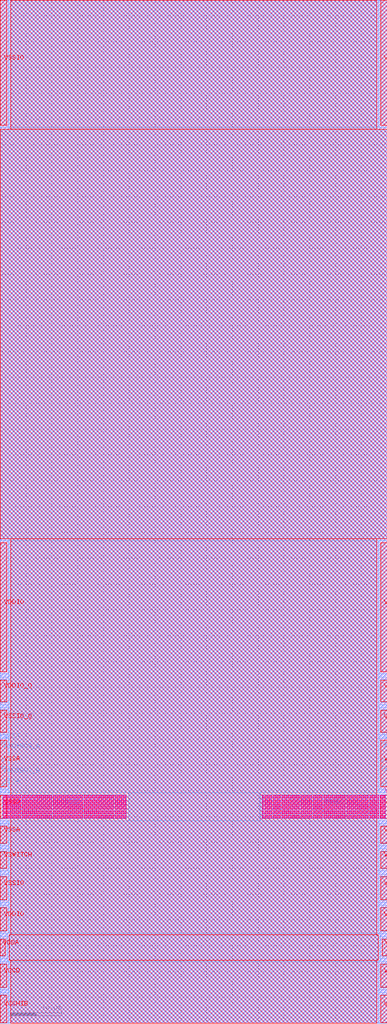
<source format=lef>
# Copyright 2020 The SkyWater PDK Authors
#
# Licensed under the Apache License, Version 2.0 (the "License");
# you may not use this file except in compliance with the License.
# You may obtain a copy of the License at
#
#     https://www.apache.org/licenses/LICENSE-2.0
#
# Unless required by applicable law or agreed to in writing, software
# distributed under the License is distributed on an "AS IS" BASIS,
# WITHOUT WARRANTIES OR CONDITIONS OF ANY KIND, either express or implied.
# See the License for the specific language governing permissions and
# limitations under the License.
#
# SPDX-License-Identifier: Apache-2.0

VERSION 5.5 ;
NAMESCASESENSITIVE ON ;
BUSBITCHARS "[]" ;
DIVIDERCHAR "/" ;
MACRO sky130_fd_io__overlay_vssd_lvc
  CLASS BLOCK ;
  SOURCE USER ;
  ORIGIN  0.000000  0.000000 ;
  SIZE 75 BY 198 ;
  SYMMETRY X Y R90 ;
  PIN AMUXBUS_A
    DIRECTION INOUT ;
    USE SIGNAL ;
    PORT
      LAYER met4 ;
        RECT 0.000000 51.125000 1.270000 54.105000 ;
    END
    PORT
      LAYER met4 ;
        RECT 73.730000 51.125000 75.000000 54.105000 ;
    END
  END AMUXBUS_A
  PIN AMUXBUS_B
    DIRECTION INOUT ;
    USE SIGNAL ;
    PORT
      LAYER met4 ;
        RECT 0.000000 46.365000 1.270000 49.345000 ;
    END
    PORT
      LAYER met4 ;
        RECT 73.730000 46.365000 75.000000 49.345000 ;
    END
  END AMUXBUS_B
  PIN VCCD
    DIRECTION INOUT ;
    USE POWER ;
    PORT
      LAYER met4 ;
        RECT 0.000000 6.885000 1.270000 11.535000 ;
    END
    PORT
      LAYER met4 ;
        RECT 73.730000 6.885000 75.000000 11.535000 ;
    END
    PORT
      LAYER met5 ;
        RECT 0.000000 6.985000 1.270000 11.435000 ;
    END
    PORT
      LAYER met5 ;
        RECT 73.730000 6.985000 75.000000 11.435000 ;
    END
  END VCCD
  PIN VCCHIB
    DIRECTION INOUT ;
    USE POWER ;
    PORT
      LAYER met4 ;
        RECT 0.000000 0.035000 1.270000 5.485000 ;
    END
    PORT
      LAYER met4 ;
        RECT 73.730000 0.035000 75.000000 5.485000 ;
    END
    PORT
      LAYER met5 ;
        RECT 0.000000 0.135000 1.270000 5.385000 ;
    END
    PORT
      LAYER met5 ;
        RECT 73.730000 0.135000 75.000000 5.385000 ;
    END
  END VCCHIB
  PIN VDDA
    DIRECTION INOUT ;
    USE POWER ;
    PORT
      LAYER met4 ;
        RECT 0.000000 12.935000 0.965000 16.385000 ;
    END
    PORT
      LAYER met4 ;
        RECT 74.035000 12.935000 75.000000 16.385000 ;
    END
    PORT
      LAYER met5 ;
        RECT 0.000000 13.035000 0.965000 16.285000 ;
    END
    PORT
      LAYER met5 ;
        RECT 74.035000 13.035000 75.000000 16.285000 ;
    END
  END VDDA
  PIN VDDIO
    DIRECTION INOUT ;
    USE POWER ;
    PORT
      LAYER met4 ;
        RECT 0.000000 17.785000 1.270000 22.435000 ;
    END
    PORT
      LAYER met4 ;
        RECT 0.000000 68.035000 1.270000 93.000000 ;
    END
    PORT
      LAYER met4 ;
        RECT 73.730000 17.785000 75.000000 22.435000 ;
    END
    PORT
      LAYER met4 ;
        RECT 73.730000 68.035000 75.000000 93.000000 ;
    END
    PORT
      LAYER met5 ;
        RECT 0.000000 17.885000 1.270000 22.335000 ;
    END
    PORT
      LAYER met5 ;
        RECT 0.000000 68.035000 1.270000 92.985000 ;
    END
    PORT
      LAYER met5 ;
        RECT 73.730000 17.885000 75.000000 22.335000 ;
    END
    PORT
      LAYER met5 ;
        RECT 73.730000 68.035000 75.000000 92.985000 ;
    END
  END VDDIO
  PIN VDDIO_Q
    DIRECTION INOUT ;
    USE POWER ;
    PORT
      LAYER met4 ;
        RECT 0.000000 62.085000 1.270000 66.535000 ;
    END
    PORT
      LAYER met4 ;
        RECT 73.730000 62.085000 75.000000 66.535000 ;
    END
    PORT
      LAYER met5 ;
        RECT 0.000000 62.185000 1.270000 66.435000 ;
    END
    PORT
      LAYER met5 ;
        RECT 73.730000 62.185000 75.000000 66.435000 ;
    END
  END VDDIO_Q
  PIN VSSA
    DIRECTION INOUT ;
    USE GROUND ;
    PORT
      LAYER met4 ;
        RECT 0.000000 34.735000 1.270000 38.185000 ;
    END
    PORT
      LAYER met4 ;
        RECT 0.000000 45.735000 1.270000 46.065000 ;
    END
    PORT
      LAYER met4 ;
        RECT 0.000000 49.645000 1.270000 50.825000 ;
    END
    PORT
      LAYER met4 ;
        RECT 0.000000 54.405000 1.270000 54.735000 ;
    END
    PORT
      LAYER met4 ;
        RECT 73.730000 34.735000 75.000000 38.185000 ;
    END
    PORT
      LAYER met4 ;
        RECT 73.730000 45.735000 75.000000 46.065000 ;
    END
    PORT
      LAYER met4 ;
        RECT 73.730000 49.645000 75.000000 50.825000 ;
    END
    PORT
      LAYER met4 ;
        RECT 73.730000 54.405000 75.000000 54.735000 ;
    END
    PORT
      LAYER met5 ;
        RECT 0.000000 34.840000 1.270000 38.085000 ;
    END
    PORT
      LAYER met5 ;
        RECT 0.000000 45.735000 1.270000 54.735000 ;
    END
    PORT
      LAYER met5 ;
        RECT 73.730000 34.840000 75.000000 38.085000 ;
    END
    PORT
      LAYER met5 ;
        RECT 73.730000 45.735000 75.000000 54.735000 ;
    END
  END VSSA
  PIN VSSD
    DIRECTION INOUT ;
    USE GROUND ;
    PORT
      LAYER met3 ;
        RECT 0.500000 39.590000 24.500000 44.230000 ;
    END
    PORT
      LAYER met3 ;
        RECT 50.755000 39.590000 74.700000 44.230000 ;
    END
    PORT
      LAYER met4 ;
        RECT 0.000000 39.585000 24.475000 44.235000 ;
    END
    PORT
      LAYER met4 ;
        RECT 50.780000 39.585000 75.000000 44.235000 ;
    END
    PORT
      LAYER met5 ;
        RECT 0.000000 39.685000 1.270000 44.135000 ;
    END
    PORT
      LAYER met5 ;
        RECT 73.730000 39.685000 75.000000 44.135000 ;
    END
    PORT
      LAYER via3 ;
        RECT  0.590000 39.660000  0.790000 39.860000 ;
        RECT  0.590000 40.090000  0.790000 40.290000 ;
        RECT  0.590000 40.520000  0.790000 40.720000 ;
        RECT  0.590000 40.950000  0.790000 41.150000 ;
        RECT  0.590000 41.380000  0.790000 41.580000 ;
        RECT  0.590000 41.810000  0.790000 42.010000 ;
        RECT  0.590000 42.240000  0.790000 42.440000 ;
        RECT  0.590000 42.670000  0.790000 42.870000 ;
        RECT  0.590000 43.100000  0.790000 43.300000 ;
        RECT  0.590000 43.530000  0.790000 43.730000 ;
        RECT  0.590000 43.960000  0.790000 44.160000 ;
        RECT  0.995000 39.660000  1.195000 39.860000 ;
        RECT  0.995000 40.090000  1.195000 40.290000 ;
        RECT  0.995000 40.520000  1.195000 40.720000 ;
        RECT  0.995000 40.950000  1.195000 41.150000 ;
        RECT  0.995000 41.380000  1.195000 41.580000 ;
        RECT  0.995000 41.810000  1.195000 42.010000 ;
        RECT  0.995000 42.240000  1.195000 42.440000 ;
        RECT  0.995000 42.670000  1.195000 42.870000 ;
        RECT  0.995000 43.100000  1.195000 43.300000 ;
        RECT  0.995000 43.530000  1.195000 43.730000 ;
        RECT  0.995000 43.960000  1.195000 44.160000 ;
        RECT  1.400000 39.660000  1.600000 39.860000 ;
        RECT  1.400000 40.090000  1.600000 40.290000 ;
        RECT  1.400000 40.520000  1.600000 40.720000 ;
        RECT  1.400000 40.950000  1.600000 41.150000 ;
        RECT  1.400000 41.380000  1.600000 41.580000 ;
        RECT  1.400000 41.810000  1.600000 42.010000 ;
        RECT  1.400000 42.240000  1.600000 42.440000 ;
        RECT  1.400000 42.670000  1.600000 42.870000 ;
        RECT  1.400000 43.100000  1.600000 43.300000 ;
        RECT  1.400000 43.530000  1.600000 43.730000 ;
        RECT  1.400000 43.960000  1.600000 44.160000 ;
        RECT  1.805000 39.660000  2.005000 39.860000 ;
        RECT  1.805000 40.090000  2.005000 40.290000 ;
        RECT  1.805000 40.520000  2.005000 40.720000 ;
        RECT  1.805000 40.950000  2.005000 41.150000 ;
        RECT  1.805000 41.380000  2.005000 41.580000 ;
        RECT  1.805000 41.810000  2.005000 42.010000 ;
        RECT  1.805000 42.240000  2.005000 42.440000 ;
        RECT  1.805000 42.670000  2.005000 42.870000 ;
        RECT  1.805000 43.100000  2.005000 43.300000 ;
        RECT  1.805000 43.530000  2.005000 43.730000 ;
        RECT  1.805000 43.960000  2.005000 44.160000 ;
        RECT  2.210000 39.660000  2.410000 39.860000 ;
        RECT  2.210000 40.090000  2.410000 40.290000 ;
        RECT  2.210000 40.520000  2.410000 40.720000 ;
        RECT  2.210000 40.950000  2.410000 41.150000 ;
        RECT  2.210000 41.380000  2.410000 41.580000 ;
        RECT  2.210000 41.810000  2.410000 42.010000 ;
        RECT  2.210000 42.240000  2.410000 42.440000 ;
        RECT  2.210000 42.670000  2.410000 42.870000 ;
        RECT  2.210000 43.100000  2.410000 43.300000 ;
        RECT  2.210000 43.530000  2.410000 43.730000 ;
        RECT  2.210000 43.960000  2.410000 44.160000 ;
        RECT  2.610000 39.660000  2.810000 39.860000 ;
        RECT  2.610000 40.090000  2.810000 40.290000 ;
        RECT  2.610000 40.520000  2.810000 40.720000 ;
        RECT  2.610000 40.950000  2.810000 41.150000 ;
        RECT  2.610000 41.380000  2.810000 41.580000 ;
        RECT  2.610000 41.810000  2.810000 42.010000 ;
        RECT  2.610000 42.240000  2.810000 42.440000 ;
        RECT  2.610000 42.670000  2.810000 42.870000 ;
        RECT  2.610000 43.100000  2.810000 43.300000 ;
        RECT  2.610000 43.530000  2.810000 43.730000 ;
        RECT  2.610000 43.960000  2.810000 44.160000 ;
        RECT  3.010000 39.660000  3.210000 39.860000 ;
        RECT  3.010000 40.090000  3.210000 40.290000 ;
        RECT  3.010000 40.520000  3.210000 40.720000 ;
        RECT  3.010000 40.950000  3.210000 41.150000 ;
        RECT  3.010000 41.380000  3.210000 41.580000 ;
        RECT  3.010000 41.810000  3.210000 42.010000 ;
        RECT  3.010000 42.240000  3.210000 42.440000 ;
        RECT  3.010000 42.670000  3.210000 42.870000 ;
        RECT  3.010000 43.100000  3.210000 43.300000 ;
        RECT  3.010000 43.530000  3.210000 43.730000 ;
        RECT  3.010000 43.960000  3.210000 44.160000 ;
        RECT  3.410000 39.660000  3.610000 39.860000 ;
        RECT  3.410000 40.090000  3.610000 40.290000 ;
        RECT  3.410000 40.520000  3.610000 40.720000 ;
        RECT  3.410000 40.950000  3.610000 41.150000 ;
        RECT  3.410000 41.380000  3.610000 41.580000 ;
        RECT  3.410000 41.810000  3.610000 42.010000 ;
        RECT  3.410000 42.240000  3.610000 42.440000 ;
        RECT  3.410000 42.670000  3.610000 42.870000 ;
        RECT  3.410000 43.100000  3.610000 43.300000 ;
        RECT  3.410000 43.530000  3.610000 43.730000 ;
        RECT  3.410000 43.960000  3.610000 44.160000 ;
        RECT  3.810000 39.660000  4.010000 39.860000 ;
        RECT  3.810000 40.090000  4.010000 40.290000 ;
        RECT  3.810000 40.520000  4.010000 40.720000 ;
        RECT  3.810000 40.950000  4.010000 41.150000 ;
        RECT  3.810000 41.380000  4.010000 41.580000 ;
        RECT  3.810000 41.810000  4.010000 42.010000 ;
        RECT  3.810000 42.240000  4.010000 42.440000 ;
        RECT  3.810000 42.670000  4.010000 42.870000 ;
        RECT  3.810000 43.100000  4.010000 43.300000 ;
        RECT  3.810000 43.530000  4.010000 43.730000 ;
        RECT  3.810000 43.960000  4.010000 44.160000 ;
        RECT  4.210000 39.660000  4.410000 39.860000 ;
        RECT  4.210000 40.090000  4.410000 40.290000 ;
        RECT  4.210000 40.520000  4.410000 40.720000 ;
        RECT  4.210000 40.950000  4.410000 41.150000 ;
        RECT  4.210000 41.380000  4.410000 41.580000 ;
        RECT  4.210000 41.810000  4.410000 42.010000 ;
        RECT  4.210000 42.240000  4.410000 42.440000 ;
        RECT  4.210000 42.670000  4.410000 42.870000 ;
        RECT  4.210000 43.100000  4.410000 43.300000 ;
        RECT  4.210000 43.530000  4.410000 43.730000 ;
        RECT  4.210000 43.960000  4.410000 44.160000 ;
        RECT  4.610000 39.660000  4.810000 39.860000 ;
        RECT  4.610000 40.090000  4.810000 40.290000 ;
        RECT  4.610000 40.520000  4.810000 40.720000 ;
        RECT  4.610000 40.950000  4.810000 41.150000 ;
        RECT  4.610000 41.380000  4.810000 41.580000 ;
        RECT  4.610000 41.810000  4.810000 42.010000 ;
        RECT  4.610000 42.240000  4.810000 42.440000 ;
        RECT  4.610000 42.670000  4.810000 42.870000 ;
        RECT  4.610000 43.100000  4.810000 43.300000 ;
        RECT  4.610000 43.530000  4.810000 43.730000 ;
        RECT  4.610000 43.960000  4.810000 44.160000 ;
        RECT  5.010000 39.660000  5.210000 39.860000 ;
        RECT  5.010000 40.090000  5.210000 40.290000 ;
        RECT  5.010000 40.520000  5.210000 40.720000 ;
        RECT  5.010000 40.950000  5.210000 41.150000 ;
        RECT  5.010000 41.380000  5.210000 41.580000 ;
        RECT  5.010000 41.810000  5.210000 42.010000 ;
        RECT  5.010000 42.240000  5.210000 42.440000 ;
        RECT  5.010000 42.670000  5.210000 42.870000 ;
        RECT  5.010000 43.100000  5.210000 43.300000 ;
        RECT  5.010000 43.530000  5.210000 43.730000 ;
        RECT  5.010000 43.960000  5.210000 44.160000 ;
        RECT  5.410000 39.660000  5.610000 39.860000 ;
        RECT  5.410000 40.090000  5.610000 40.290000 ;
        RECT  5.410000 40.520000  5.610000 40.720000 ;
        RECT  5.410000 40.950000  5.610000 41.150000 ;
        RECT  5.410000 41.380000  5.610000 41.580000 ;
        RECT  5.410000 41.810000  5.610000 42.010000 ;
        RECT  5.410000 42.240000  5.610000 42.440000 ;
        RECT  5.410000 42.670000  5.610000 42.870000 ;
        RECT  5.410000 43.100000  5.610000 43.300000 ;
        RECT  5.410000 43.530000  5.610000 43.730000 ;
        RECT  5.410000 43.960000  5.610000 44.160000 ;
        RECT  5.810000 39.660000  6.010000 39.860000 ;
        RECT  5.810000 40.090000  6.010000 40.290000 ;
        RECT  5.810000 40.520000  6.010000 40.720000 ;
        RECT  5.810000 40.950000  6.010000 41.150000 ;
        RECT  5.810000 41.380000  6.010000 41.580000 ;
        RECT  5.810000 41.810000  6.010000 42.010000 ;
        RECT  5.810000 42.240000  6.010000 42.440000 ;
        RECT  5.810000 42.670000  6.010000 42.870000 ;
        RECT  5.810000 43.100000  6.010000 43.300000 ;
        RECT  5.810000 43.530000  6.010000 43.730000 ;
        RECT  5.810000 43.960000  6.010000 44.160000 ;
        RECT  6.210000 39.660000  6.410000 39.860000 ;
        RECT  6.210000 40.090000  6.410000 40.290000 ;
        RECT  6.210000 40.520000  6.410000 40.720000 ;
        RECT  6.210000 40.950000  6.410000 41.150000 ;
        RECT  6.210000 41.380000  6.410000 41.580000 ;
        RECT  6.210000 41.810000  6.410000 42.010000 ;
        RECT  6.210000 42.240000  6.410000 42.440000 ;
        RECT  6.210000 42.670000  6.410000 42.870000 ;
        RECT  6.210000 43.100000  6.410000 43.300000 ;
        RECT  6.210000 43.530000  6.410000 43.730000 ;
        RECT  6.210000 43.960000  6.410000 44.160000 ;
        RECT  6.610000 39.660000  6.810000 39.860000 ;
        RECT  6.610000 40.090000  6.810000 40.290000 ;
        RECT  6.610000 40.520000  6.810000 40.720000 ;
        RECT  6.610000 40.950000  6.810000 41.150000 ;
        RECT  6.610000 41.380000  6.810000 41.580000 ;
        RECT  6.610000 41.810000  6.810000 42.010000 ;
        RECT  6.610000 42.240000  6.810000 42.440000 ;
        RECT  6.610000 42.670000  6.810000 42.870000 ;
        RECT  6.610000 43.100000  6.810000 43.300000 ;
        RECT  6.610000 43.530000  6.810000 43.730000 ;
        RECT  6.610000 43.960000  6.810000 44.160000 ;
        RECT  7.010000 39.660000  7.210000 39.860000 ;
        RECT  7.010000 40.090000  7.210000 40.290000 ;
        RECT  7.010000 40.520000  7.210000 40.720000 ;
        RECT  7.010000 40.950000  7.210000 41.150000 ;
        RECT  7.010000 41.380000  7.210000 41.580000 ;
        RECT  7.010000 41.810000  7.210000 42.010000 ;
        RECT  7.010000 42.240000  7.210000 42.440000 ;
        RECT  7.010000 42.670000  7.210000 42.870000 ;
        RECT  7.010000 43.100000  7.210000 43.300000 ;
        RECT  7.010000 43.530000  7.210000 43.730000 ;
        RECT  7.010000 43.960000  7.210000 44.160000 ;
        RECT  7.410000 39.660000  7.610000 39.860000 ;
        RECT  7.410000 40.090000  7.610000 40.290000 ;
        RECT  7.410000 40.520000  7.610000 40.720000 ;
        RECT  7.410000 40.950000  7.610000 41.150000 ;
        RECT  7.410000 41.380000  7.610000 41.580000 ;
        RECT  7.410000 41.810000  7.610000 42.010000 ;
        RECT  7.410000 42.240000  7.610000 42.440000 ;
        RECT  7.410000 42.670000  7.610000 42.870000 ;
        RECT  7.410000 43.100000  7.610000 43.300000 ;
        RECT  7.410000 43.530000  7.610000 43.730000 ;
        RECT  7.410000 43.960000  7.610000 44.160000 ;
        RECT  7.810000 39.660000  8.010000 39.860000 ;
        RECT  7.810000 40.090000  8.010000 40.290000 ;
        RECT  7.810000 40.520000  8.010000 40.720000 ;
        RECT  7.810000 40.950000  8.010000 41.150000 ;
        RECT  7.810000 41.380000  8.010000 41.580000 ;
        RECT  7.810000 41.810000  8.010000 42.010000 ;
        RECT  7.810000 42.240000  8.010000 42.440000 ;
        RECT  7.810000 42.670000  8.010000 42.870000 ;
        RECT  7.810000 43.100000  8.010000 43.300000 ;
        RECT  7.810000 43.530000  8.010000 43.730000 ;
        RECT  7.810000 43.960000  8.010000 44.160000 ;
        RECT  8.210000 39.660000  8.410000 39.860000 ;
        RECT  8.210000 40.090000  8.410000 40.290000 ;
        RECT  8.210000 40.520000  8.410000 40.720000 ;
        RECT  8.210000 40.950000  8.410000 41.150000 ;
        RECT  8.210000 41.380000  8.410000 41.580000 ;
        RECT  8.210000 41.810000  8.410000 42.010000 ;
        RECT  8.210000 42.240000  8.410000 42.440000 ;
        RECT  8.210000 42.670000  8.410000 42.870000 ;
        RECT  8.210000 43.100000  8.410000 43.300000 ;
        RECT  8.210000 43.530000  8.410000 43.730000 ;
        RECT  8.210000 43.960000  8.410000 44.160000 ;
        RECT  8.610000 39.660000  8.810000 39.860000 ;
        RECT  8.610000 40.090000  8.810000 40.290000 ;
        RECT  8.610000 40.520000  8.810000 40.720000 ;
        RECT  8.610000 40.950000  8.810000 41.150000 ;
        RECT  8.610000 41.380000  8.810000 41.580000 ;
        RECT  8.610000 41.810000  8.810000 42.010000 ;
        RECT  8.610000 42.240000  8.810000 42.440000 ;
        RECT  8.610000 42.670000  8.810000 42.870000 ;
        RECT  8.610000 43.100000  8.810000 43.300000 ;
        RECT  8.610000 43.530000  8.810000 43.730000 ;
        RECT  8.610000 43.960000  8.810000 44.160000 ;
        RECT  9.010000 39.660000  9.210000 39.860000 ;
        RECT  9.010000 40.090000  9.210000 40.290000 ;
        RECT  9.010000 40.520000  9.210000 40.720000 ;
        RECT  9.010000 40.950000  9.210000 41.150000 ;
        RECT  9.010000 41.380000  9.210000 41.580000 ;
        RECT  9.010000 41.810000  9.210000 42.010000 ;
        RECT  9.010000 42.240000  9.210000 42.440000 ;
        RECT  9.010000 42.670000  9.210000 42.870000 ;
        RECT  9.010000 43.100000  9.210000 43.300000 ;
        RECT  9.010000 43.530000  9.210000 43.730000 ;
        RECT  9.010000 43.960000  9.210000 44.160000 ;
        RECT  9.410000 39.660000  9.610000 39.860000 ;
        RECT  9.410000 40.090000  9.610000 40.290000 ;
        RECT  9.410000 40.520000  9.610000 40.720000 ;
        RECT  9.410000 40.950000  9.610000 41.150000 ;
        RECT  9.410000 41.380000  9.610000 41.580000 ;
        RECT  9.410000 41.810000  9.610000 42.010000 ;
        RECT  9.410000 42.240000  9.610000 42.440000 ;
        RECT  9.410000 42.670000  9.610000 42.870000 ;
        RECT  9.410000 43.100000  9.610000 43.300000 ;
        RECT  9.410000 43.530000  9.610000 43.730000 ;
        RECT  9.410000 43.960000  9.610000 44.160000 ;
        RECT  9.810000 39.660000 10.010000 39.860000 ;
        RECT  9.810000 40.090000 10.010000 40.290000 ;
        RECT  9.810000 40.520000 10.010000 40.720000 ;
        RECT  9.810000 40.950000 10.010000 41.150000 ;
        RECT  9.810000 41.380000 10.010000 41.580000 ;
        RECT  9.810000 41.810000 10.010000 42.010000 ;
        RECT  9.810000 42.240000 10.010000 42.440000 ;
        RECT  9.810000 42.670000 10.010000 42.870000 ;
        RECT  9.810000 43.100000 10.010000 43.300000 ;
        RECT  9.810000 43.530000 10.010000 43.730000 ;
        RECT  9.810000 43.960000 10.010000 44.160000 ;
        RECT 10.210000 39.660000 10.410000 39.860000 ;
        RECT 10.210000 40.090000 10.410000 40.290000 ;
        RECT 10.210000 40.520000 10.410000 40.720000 ;
        RECT 10.210000 40.950000 10.410000 41.150000 ;
        RECT 10.210000 41.380000 10.410000 41.580000 ;
        RECT 10.210000 41.810000 10.410000 42.010000 ;
        RECT 10.210000 42.240000 10.410000 42.440000 ;
        RECT 10.210000 42.670000 10.410000 42.870000 ;
        RECT 10.210000 43.100000 10.410000 43.300000 ;
        RECT 10.210000 43.530000 10.410000 43.730000 ;
        RECT 10.210000 43.960000 10.410000 44.160000 ;
        RECT 10.610000 39.660000 10.810000 39.860000 ;
        RECT 10.610000 40.090000 10.810000 40.290000 ;
        RECT 10.610000 40.520000 10.810000 40.720000 ;
        RECT 10.610000 40.950000 10.810000 41.150000 ;
        RECT 10.610000 41.380000 10.810000 41.580000 ;
        RECT 10.610000 41.810000 10.810000 42.010000 ;
        RECT 10.610000 42.240000 10.810000 42.440000 ;
        RECT 10.610000 42.670000 10.810000 42.870000 ;
        RECT 10.610000 43.100000 10.810000 43.300000 ;
        RECT 10.610000 43.530000 10.810000 43.730000 ;
        RECT 10.610000 43.960000 10.810000 44.160000 ;
        RECT 11.010000 39.660000 11.210000 39.860000 ;
        RECT 11.010000 40.090000 11.210000 40.290000 ;
        RECT 11.010000 40.520000 11.210000 40.720000 ;
        RECT 11.010000 40.950000 11.210000 41.150000 ;
        RECT 11.010000 41.380000 11.210000 41.580000 ;
        RECT 11.010000 41.810000 11.210000 42.010000 ;
        RECT 11.010000 42.240000 11.210000 42.440000 ;
        RECT 11.010000 42.670000 11.210000 42.870000 ;
        RECT 11.010000 43.100000 11.210000 43.300000 ;
        RECT 11.010000 43.530000 11.210000 43.730000 ;
        RECT 11.010000 43.960000 11.210000 44.160000 ;
        RECT 11.410000 39.660000 11.610000 39.860000 ;
        RECT 11.410000 40.090000 11.610000 40.290000 ;
        RECT 11.410000 40.520000 11.610000 40.720000 ;
        RECT 11.410000 40.950000 11.610000 41.150000 ;
        RECT 11.410000 41.380000 11.610000 41.580000 ;
        RECT 11.410000 41.810000 11.610000 42.010000 ;
        RECT 11.410000 42.240000 11.610000 42.440000 ;
        RECT 11.410000 42.670000 11.610000 42.870000 ;
        RECT 11.410000 43.100000 11.610000 43.300000 ;
        RECT 11.410000 43.530000 11.610000 43.730000 ;
        RECT 11.410000 43.960000 11.610000 44.160000 ;
        RECT 11.810000 39.660000 12.010000 39.860000 ;
        RECT 11.810000 40.090000 12.010000 40.290000 ;
        RECT 11.810000 40.520000 12.010000 40.720000 ;
        RECT 11.810000 40.950000 12.010000 41.150000 ;
        RECT 11.810000 41.380000 12.010000 41.580000 ;
        RECT 11.810000 41.810000 12.010000 42.010000 ;
        RECT 11.810000 42.240000 12.010000 42.440000 ;
        RECT 11.810000 42.670000 12.010000 42.870000 ;
        RECT 11.810000 43.100000 12.010000 43.300000 ;
        RECT 11.810000 43.530000 12.010000 43.730000 ;
        RECT 11.810000 43.960000 12.010000 44.160000 ;
        RECT 12.210000 39.660000 12.410000 39.860000 ;
        RECT 12.210000 40.090000 12.410000 40.290000 ;
        RECT 12.210000 40.520000 12.410000 40.720000 ;
        RECT 12.210000 40.950000 12.410000 41.150000 ;
        RECT 12.210000 41.380000 12.410000 41.580000 ;
        RECT 12.210000 41.810000 12.410000 42.010000 ;
        RECT 12.210000 42.240000 12.410000 42.440000 ;
        RECT 12.210000 42.670000 12.410000 42.870000 ;
        RECT 12.210000 43.100000 12.410000 43.300000 ;
        RECT 12.210000 43.530000 12.410000 43.730000 ;
        RECT 12.210000 43.960000 12.410000 44.160000 ;
        RECT 12.610000 39.660000 12.810000 39.860000 ;
        RECT 12.610000 40.090000 12.810000 40.290000 ;
        RECT 12.610000 40.520000 12.810000 40.720000 ;
        RECT 12.610000 40.950000 12.810000 41.150000 ;
        RECT 12.610000 41.380000 12.810000 41.580000 ;
        RECT 12.610000 41.810000 12.810000 42.010000 ;
        RECT 12.610000 42.240000 12.810000 42.440000 ;
        RECT 12.610000 42.670000 12.810000 42.870000 ;
        RECT 12.610000 43.100000 12.810000 43.300000 ;
        RECT 12.610000 43.530000 12.810000 43.730000 ;
        RECT 12.610000 43.960000 12.810000 44.160000 ;
        RECT 13.010000 39.660000 13.210000 39.860000 ;
        RECT 13.010000 40.090000 13.210000 40.290000 ;
        RECT 13.010000 40.520000 13.210000 40.720000 ;
        RECT 13.010000 40.950000 13.210000 41.150000 ;
        RECT 13.010000 41.380000 13.210000 41.580000 ;
        RECT 13.010000 41.810000 13.210000 42.010000 ;
        RECT 13.010000 42.240000 13.210000 42.440000 ;
        RECT 13.010000 42.670000 13.210000 42.870000 ;
        RECT 13.010000 43.100000 13.210000 43.300000 ;
        RECT 13.010000 43.530000 13.210000 43.730000 ;
        RECT 13.010000 43.960000 13.210000 44.160000 ;
        RECT 13.410000 39.660000 13.610000 39.860000 ;
        RECT 13.410000 40.090000 13.610000 40.290000 ;
        RECT 13.410000 40.520000 13.610000 40.720000 ;
        RECT 13.410000 40.950000 13.610000 41.150000 ;
        RECT 13.410000 41.380000 13.610000 41.580000 ;
        RECT 13.410000 41.810000 13.610000 42.010000 ;
        RECT 13.410000 42.240000 13.610000 42.440000 ;
        RECT 13.410000 42.670000 13.610000 42.870000 ;
        RECT 13.410000 43.100000 13.610000 43.300000 ;
        RECT 13.410000 43.530000 13.610000 43.730000 ;
        RECT 13.410000 43.960000 13.610000 44.160000 ;
        RECT 13.810000 39.660000 14.010000 39.860000 ;
        RECT 13.810000 40.090000 14.010000 40.290000 ;
        RECT 13.810000 40.520000 14.010000 40.720000 ;
        RECT 13.810000 40.950000 14.010000 41.150000 ;
        RECT 13.810000 41.380000 14.010000 41.580000 ;
        RECT 13.810000 41.810000 14.010000 42.010000 ;
        RECT 13.810000 42.240000 14.010000 42.440000 ;
        RECT 13.810000 42.670000 14.010000 42.870000 ;
        RECT 13.810000 43.100000 14.010000 43.300000 ;
        RECT 13.810000 43.530000 14.010000 43.730000 ;
        RECT 13.810000 43.960000 14.010000 44.160000 ;
        RECT 14.210000 39.660000 14.410000 39.860000 ;
        RECT 14.210000 40.090000 14.410000 40.290000 ;
        RECT 14.210000 40.520000 14.410000 40.720000 ;
        RECT 14.210000 40.950000 14.410000 41.150000 ;
        RECT 14.210000 41.380000 14.410000 41.580000 ;
        RECT 14.210000 41.810000 14.410000 42.010000 ;
        RECT 14.210000 42.240000 14.410000 42.440000 ;
        RECT 14.210000 42.670000 14.410000 42.870000 ;
        RECT 14.210000 43.100000 14.410000 43.300000 ;
        RECT 14.210000 43.530000 14.410000 43.730000 ;
        RECT 14.210000 43.960000 14.410000 44.160000 ;
        RECT 14.610000 39.660000 14.810000 39.860000 ;
        RECT 14.610000 40.090000 14.810000 40.290000 ;
        RECT 14.610000 40.520000 14.810000 40.720000 ;
        RECT 14.610000 40.950000 14.810000 41.150000 ;
        RECT 14.610000 41.380000 14.810000 41.580000 ;
        RECT 14.610000 41.810000 14.810000 42.010000 ;
        RECT 14.610000 42.240000 14.810000 42.440000 ;
        RECT 14.610000 42.670000 14.810000 42.870000 ;
        RECT 14.610000 43.100000 14.810000 43.300000 ;
        RECT 14.610000 43.530000 14.810000 43.730000 ;
        RECT 14.610000 43.960000 14.810000 44.160000 ;
        RECT 15.010000 39.660000 15.210000 39.860000 ;
        RECT 15.010000 40.090000 15.210000 40.290000 ;
        RECT 15.010000 40.520000 15.210000 40.720000 ;
        RECT 15.010000 40.950000 15.210000 41.150000 ;
        RECT 15.010000 41.380000 15.210000 41.580000 ;
        RECT 15.010000 41.810000 15.210000 42.010000 ;
        RECT 15.010000 42.240000 15.210000 42.440000 ;
        RECT 15.010000 42.670000 15.210000 42.870000 ;
        RECT 15.010000 43.100000 15.210000 43.300000 ;
        RECT 15.010000 43.530000 15.210000 43.730000 ;
        RECT 15.010000 43.960000 15.210000 44.160000 ;
        RECT 15.410000 39.660000 15.610000 39.860000 ;
        RECT 15.410000 40.090000 15.610000 40.290000 ;
        RECT 15.410000 40.520000 15.610000 40.720000 ;
        RECT 15.410000 40.950000 15.610000 41.150000 ;
        RECT 15.410000 41.380000 15.610000 41.580000 ;
        RECT 15.410000 41.810000 15.610000 42.010000 ;
        RECT 15.410000 42.240000 15.610000 42.440000 ;
        RECT 15.410000 42.670000 15.610000 42.870000 ;
        RECT 15.410000 43.100000 15.610000 43.300000 ;
        RECT 15.410000 43.530000 15.610000 43.730000 ;
        RECT 15.410000 43.960000 15.610000 44.160000 ;
        RECT 15.810000 39.660000 16.010000 39.860000 ;
        RECT 15.810000 40.090000 16.010000 40.290000 ;
        RECT 15.810000 40.520000 16.010000 40.720000 ;
        RECT 15.810000 40.950000 16.010000 41.150000 ;
        RECT 15.810000 41.380000 16.010000 41.580000 ;
        RECT 15.810000 41.810000 16.010000 42.010000 ;
        RECT 15.810000 42.240000 16.010000 42.440000 ;
        RECT 15.810000 42.670000 16.010000 42.870000 ;
        RECT 15.810000 43.100000 16.010000 43.300000 ;
        RECT 15.810000 43.530000 16.010000 43.730000 ;
        RECT 15.810000 43.960000 16.010000 44.160000 ;
        RECT 16.210000 39.660000 16.410000 39.860000 ;
        RECT 16.210000 40.090000 16.410000 40.290000 ;
        RECT 16.210000 40.520000 16.410000 40.720000 ;
        RECT 16.210000 40.950000 16.410000 41.150000 ;
        RECT 16.210000 41.380000 16.410000 41.580000 ;
        RECT 16.210000 41.810000 16.410000 42.010000 ;
        RECT 16.210000 42.240000 16.410000 42.440000 ;
        RECT 16.210000 42.670000 16.410000 42.870000 ;
        RECT 16.210000 43.100000 16.410000 43.300000 ;
        RECT 16.210000 43.530000 16.410000 43.730000 ;
        RECT 16.210000 43.960000 16.410000 44.160000 ;
        RECT 16.610000 39.660000 16.810000 39.860000 ;
        RECT 16.610000 40.090000 16.810000 40.290000 ;
        RECT 16.610000 40.520000 16.810000 40.720000 ;
        RECT 16.610000 40.950000 16.810000 41.150000 ;
        RECT 16.610000 41.380000 16.810000 41.580000 ;
        RECT 16.610000 41.810000 16.810000 42.010000 ;
        RECT 16.610000 42.240000 16.810000 42.440000 ;
        RECT 16.610000 42.670000 16.810000 42.870000 ;
        RECT 16.610000 43.100000 16.810000 43.300000 ;
        RECT 16.610000 43.530000 16.810000 43.730000 ;
        RECT 16.610000 43.960000 16.810000 44.160000 ;
        RECT 17.010000 39.660000 17.210000 39.860000 ;
        RECT 17.010000 40.090000 17.210000 40.290000 ;
        RECT 17.010000 40.520000 17.210000 40.720000 ;
        RECT 17.010000 40.950000 17.210000 41.150000 ;
        RECT 17.010000 41.380000 17.210000 41.580000 ;
        RECT 17.010000 41.810000 17.210000 42.010000 ;
        RECT 17.010000 42.240000 17.210000 42.440000 ;
        RECT 17.010000 42.670000 17.210000 42.870000 ;
        RECT 17.010000 43.100000 17.210000 43.300000 ;
        RECT 17.010000 43.530000 17.210000 43.730000 ;
        RECT 17.010000 43.960000 17.210000 44.160000 ;
        RECT 17.410000 39.660000 17.610000 39.860000 ;
        RECT 17.410000 40.090000 17.610000 40.290000 ;
        RECT 17.410000 40.520000 17.610000 40.720000 ;
        RECT 17.410000 40.950000 17.610000 41.150000 ;
        RECT 17.410000 41.380000 17.610000 41.580000 ;
        RECT 17.410000 41.810000 17.610000 42.010000 ;
        RECT 17.410000 42.240000 17.610000 42.440000 ;
        RECT 17.410000 42.670000 17.610000 42.870000 ;
        RECT 17.410000 43.100000 17.610000 43.300000 ;
        RECT 17.410000 43.530000 17.610000 43.730000 ;
        RECT 17.410000 43.960000 17.610000 44.160000 ;
        RECT 17.810000 39.660000 18.010000 39.860000 ;
        RECT 17.810000 40.090000 18.010000 40.290000 ;
        RECT 17.810000 40.520000 18.010000 40.720000 ;
        RECT 17.810000 40.950000 18.010000 41.150000 ;
        RECT 17.810000 41.380000 18.010000 41.580000 ;
        RECT 17.810000 41.810000 18.010000 42.010000 ;
        RECT 17.810000 42.240000 18.010000 42.440000 ;
        RECT 17.810000 42.670000 18.010000 42.870000 ;
        RECT 17.810000 43.100000 18.010000 43.300000 ;
        RECT 17.810000 43.530000 18.010000 43.730000 ;
        RECT 17.810000 43.960000 18.010000 44.160000 ;
        RECT 18.210000 39.660000 18.410000 39.860000 ;
        RECT 18.210000 40.090000 18.410000 40.290000 ;
        RECT 18.210000 40.520000 18.410000 40.720000 ;
        RECT 18.210000 40.950000 18.410000 41.150000 ;
        RECT 18.210000 41.380000 18.410000 41.580000 ;
        RECT 18.210000 41.810000 18.410000 42.010000 ;
        RECT 18.210000 42.240000 18.410000 42.440000 ;
        RECT 18.210000 42.670000 18.410000 42.870000 ;
        RECT 18.210000 43.100000 18.410000 43.300000 ;
        RECT 18.210000 43.530000 18.410000 43.730000 ;
        RECT 18.210000 43.960000 18.410000 44.160000 ;
        RECT 18.610000 39.660000 18.810000 39.860000 ;
        RECT 18.610000 40.090000 18.810000 40.290000 ;
        RECT 18.610000 40.520000 18.810000 40.720000 ;
        RECT 18.610000 40.950000 18.810000 41.150000 ;
        RECT 18.610000 41.380000 18.810000 41.580000 ;
        RECT 18.610000 41.810000 18.810000 42.010000 ;
        RECT 18.610000 42.240000 18.810000 42.440000 ;
        RECT 18.610000 42.670000 18.810000 42.870000 ;
        RECT 18.610000 43.100000 18.810000 43.300000 ;
        RECT 18.610000 43.530000 18.810000 43.730000 ;
        RECT 18.610000 43.960000 18.810000 44.160000 ;
        RECT 19.010000 39.660000 19.210000 39.860000 ;
        RECT 19.010000 40.090000 19.210000 40.290000 ;
        RECT 19.010000 40.520000 19.210000 40.720000 ;
        RECT 19.010000 40.950000 19.210000 41.150000 ;
        RECT 19.010000 41.380000 19.210000 41.580000 ;
        RECT 19.010000 41.810000 19.210000 42.010000 ;
        RECT 19.010000 42.240000 19.210000 42.440000 ;
        RECT 19.010000 42.670000 19.210000 42.870000 ;
        RECT 19.010000 43.100000 19.210000 43.300000 ;
        RECT 19.010000 43.530000 19.210000 43.730000 ;
        RECT 19.010000 43.960000 19.210000 44.160000 ;
        RECT 19.410000 39.660000 19.610000 39.860000 ;
        RECT 19.410000 40.090000 19.610000 40.290000 ;
        RECT 19.410000 40.520000 19.610000 40.720000 ;
        RECT 19.410000 40.950000 19.610000 41.150000 ;
        RECT 19.410000 41.380000 19.610000 41.580000 ;
        RECT 19.410000 41.810000 19.610000 42.010000 ;
        RECT 19.410000 42.240000 19.610000 42.440000 ;
        RECT 19.410000 42.670000 19.610000 42.870000 ;
        RECT 19.410000 43.100000 19.610000 43.300000 ;
        RECT 19.410000 43.530000 19.610000 43.730000 ;
        RECT 19.410000 43.960000 19.610000 44.160000 ;
        RECT 19.810000 39.660000 20.010000 39.860000 ;
        RECT 19.810000 40.090000 20.010000 40.290000 ;
        RECT 19.810000 40.520000 20.010000 40.720000 ;
        RECT 19.810000 40.950000 20.010000 41.150000 ;
        RECT 19.810000 41.380000 20.010000 41.580000 ;
        RECT 19.810000 41.810000 20.010000 42.010000 ;
        RECT 19.810000 42.240000 20.010000 42.440000 ;
        RECT 19.810000 42.670000 20.010000 42.870000 ;
        RECT 19.810000 43.100000 20.010000 43.300000 ;
        RECT 19.810000 43.530000 20.010000 43.730000 ;
        RECT 19.810000 43.960000 20.010000 44.160000 ;
        RECT 20.210000 39.660000 20.410000 39.860000 ;
        RECT 20.210000 40.090000 20.410000 40.290000 ;
        RECT 20.210000 40.520000 20.410000 40.720000 ;
        RECT 20.210000 40.950000 20.410000 41.150000 ;
        RECT 20.210000 41.380000 20.410000 41.580000 ;
        RECT 20.210000 41.810000 20.410000 42.010000 ;
        RECT 20.210000 42.240000 20.410000 42.440000 ;
        RECT 20.210000 42.670000 20.410000 42.870000 ;
        RECT 20.210000 43.100000 20.410000 43.300000 ;
        RECT 20.210000 43.530000 20.410000 43.730000 ;
        RECT 20.210000 43.960000 20.410000 44.160000 ;
        RECT 20.610000 39.660000 20.810000 39.860000 ;
        RECT 20.610000 40.090000 20.810000 40.290000 ;
        RECT 20.610000 40.520000 20.810000 40.720000 ;
        RECT 20.610000 40.950000 20.810000 41.150000 ;
        RECT 20.610000 41.380000 20.810000 41.580000 ;
        RECT 20.610000 41.810000 20.810000 42.010000 ;
        RECT 20.610000 42.240000 20.810000 42.440000 ;
        RECT 20.610000 42.670000 20.810000 42.870000 ;
        RECT 20.610000 43.100000 20.810000 43.300000 ;
        RECT 20.610000 43.530000 20.810000 43.730000 ;
        RECT 20.610000 43.960000 20.810000 44.160000 ;
        RECT 21.010000 39.660000 21.210000 39.860000 ;
        RECT 21.010000 40.090000 21.210000 40.290000 ;
        RECT 21.010000 40.520000 21.210000 40.720000 ;
        RECT 21.010000 40.950000 21.210000 41.150000 ;
        RECT 21.010000 41.380000 21.210000 41.580000 ;
        RECT 21.010000 41.810000 21.210000 42.010000 ;
        RECT 21.010000 42.240000 21.210000 42.440000 ;
        RECT 21.010000 42.670000 21.210000 42.870000 ;
        RECT 21.010000 43.100000 21.210000 43.300000 ;
        RECT 21.010000 43.530000 21.210000 43.730000 ;
        RECT 21.010000 43.960000 21.210000 44.160000 ;
        RECT 21.410000 39.660000 21.610000 39.860000 ;
        RECT 21.410000 40.090000 21.610000 40.290000 ;
        RECT 21.410000 40.520000 21.610000 40.720000 ;
        RECT 21.410000 40.950000 21.610000 41.150000 ;
        RECT 21.410000 41.380000 21.610000 41.580000 ;
        RECT 21.410000 41.810000 21.610000 42.010000 ;
        RECT 21.410000 42.240000 21.610000 42.440000 ;
        RECT 21.410000 42.670000 21.610000 42.870000 ;
        RECT 21.410000 43.100000 21.610000 43.300000 ;
        RECT 21.410000 43.530000 21.610000 43.730000 ;
        RECT 21.410000 43.960000 21.610000 44.160000 ;
        RECT 21.810000 39.660000 22.010000 39.860000 ;
        RECT 21.810000 40.090000 22.010000 40.290000 ;
        RECT 21.810000 40.520000 22.010000 40.720000 ;
        RECT 21.810000 40.950000 22.010000 41.150000 ;
        RECT 21.810000 41.380000 22.010000 41.580000 ;
        RECT 21.810000 41.810000 22.010000 42.010000 ;
        RECT 21.810000 42.240000 22.010000 42.440000 ;
        RECT 21.810000 42.670000 22.010000 42.870000 ;
        RECT 21.810000 43.100000 22.010000 43.300000 ;
        RECT 21.810000 43.530000 22.010000 43.730000 ;
        RECT 21.810000 43.960000 22.010000 44.160000 ;
        RECT 22.210000 39.660000 22.410000 39.860000 ;
        RECT 22.210000 40.090000 22.410000 40.290000 ;
        RECT 22.210000 40.520000 22.410000 40.720000 ;
        RECT 22.210000 40.950000 22.410000 41.150000 ;
        RECT 22.210000 41.380000 22.410000 41.580000 ;
        RECT 22.210000 41.810000 22.410000 42.010000 ;
        RECT 22.210000 42.240000 22.410000 42.440000 ;
        RECT 22.210000 42.670000 22.410000 42.870000 ;
        RECT 22.210000 43.100000 22.410000 43.300000 ;
        RECT 22.210000 43.530000 22.410000 43.730000 ;
        RECT 22.210000 43.960000 22.410000 44.160000 ;
        RECT 22.610000 39.660000 22.810000 39.860000 ;
        RECT 22.610000 40.090000 22.810000 40.290000 ;
        RECT 22.610000 40.520000 22.810000 40.720000 ;
        RECT 22.610000 40.950000 22.810000 41.150000 ;
        RECT 22.610000 41.380000 22.810000 41.580000 ;
        RECT 22.610000 41.810000 22.810000 42.010000 ;
        RECT 22.610000 42.240000 22.810000 42.440000 ;
        RECT 22.610000 42.670000 22.810000 42.870000 ;
        RECT 22.610000 43.100000 22.810000 43.300000 ;
        RECT 22.610000 43.530000 22.810000 43.730000 ;
        RECT 22.610000 43.960000 22.810000 44.160000 ;
        RECT 23.010000 39.660000 23.210000 39.860000 ;
        RECT 23.010000 40.090000 23.210000 40.290000 ;
        RECT 23.010000 40.520000 23.210000 40.720000 ;
        RECT 23.010000 40.950000 23.210000 41.150000 ;
        RECT 23.010000 41.380000 23.210000 41.580000 ;
        RECT 23.010000 41.810000 23.210000 42.010000 ;
        RECT 23.010000 42.240000 23.210000 42.440000 ;
        RECT 23.010000 42.670000 23.210000 42.870000 ;
        RECT 23.010000 43.100000 23.210000 43.300000 ;
        RECT 23.010000 43.530000 23.210000 43.730000 ;
        RECT 23.010000 43.960000 23.210000 44.160000 ;
        RECT 23.410000 39.660000 23.610000 39.860000 ;
        RECT 23.410000 40.090000 23.610000 40.290000 ;
        RECT 23.410000 40.520000 23.610000 40.720000 ;
        RECT 23.410000 40.950000 23.610000 41.150000 ;
        RECT 23.410000 41.380000 23.610000 41.580000 ;
        RECT 23.410000 41.810000 23.610000 42.010000 ;
        RECT 23.410000 42.240000 23.610000 42.440000 ;
        RECT 23.410000 42.670000 23.610000 42.870000 ;
        RECT 23.410000 43.100000 23.610000 43.300000 ;
        RECT 23.410000 43.530000 23.610000 43.730000 ;
        RECT 23.410000 43.960000 23.610000 44.160000 ;
        RECT 23.810000 39.660000 24.010000 39.860000 ;
        RECT 23.810000 40.090000 24.010000 40.290000 ;
        RECT 23.810000 40.520000 24.010000 40.720000 ;
        RECT 23.810000 40.950000 24.010000 41.150000 ;
        RECT 23.810000 41.380000 24.010000 41.580000 ;
        RECT 23.810000 41.810000 24.010000 42.010000 ;
        RECT 23.810000 42.240000 24.010000 42.440000 ;
        RECT 23.810000 42.670000 24.010000 42.870000 ;
        RECT 23.810000 43.100000 24.010000 43.300000 ;
        RECT 23.810000 43.530000 24.010000 43.730000 ;
        RECT 23.810000 43.960000 24.010000 44.160000 ;
        RECT 24.210000 39.660000 24.410000 39.860000 ;
        RECT 24.210000 40.090000 24.410000 40.290000 ;
        RECT 24.210000 40.520000 24.410000 40.720000 ;
        RECT 24.210000 40.950000 24.410000 41.150000 ;
        RECT 24.210000 41.380000 24.410000 41.580000 ;
        RECT 24.210000 41.810000 24.410000 42.010000 ;
        RECT 24.210000 42.240000 24.410000 42.440000 ;
        RECT 24.210000 42.670000 24.410000 42.870000 ;
        RECT 24.210000 43.100000 24.410000 43.300000 ;
        RECT 24.210000 43.530000 24.410000 43.730000 ;
        RECT 24.210000 43.960000 24.410000 44.160000 ;
        RECT 50.845000 39.660000 51.045000 39.860000 ;
        RECT 50.845000 40.090000 51.045000 40.290000 ;
        RECT 50.845000 40.520000 51.045000 40.720000 ;
        RECT 50.845000 40.950000 51.045000 41.150000 ;
        RECT 50.845000 41.380000 51.045000 41.580000 ;
        RECT 50.845000 41.810000 51.045000 42.010000 ;
        RECT 50.845000 42.240000 51.045000 42.440000 ;
        RECT 50.845000 42.670000 51.045000 42.870000 ;
        RECT 50.845000 43.100000 51.045000 43.300000 ;
        RECT 50.845000 43.530000 51.045000 43.730000 ;
        RECT 50.845000 43.960000 51.045000 44.160000 ;
        RECT 51.255000 39.660000 51.455000 39.860000 ;
        RECT 51.255000 40.090000 51.455000 40.290000 ;
        RECT 51.255000 40.520000 51.455000 40.720000 ;
        RECT 51.255000 40.950000 51.455000 41.150000 ;
        RECT 51.255000 41.380000 51.455000 41.580000 ;
        RECT 51.255000 41.810000 51.455000 42.010000 ;
        RECT 51.255000 42.240000 51.455000 42.440000 ;
        RECT 51.255000 42.670000 51.455000 42.870000 ;
        RECT 51.255000 43.100000 51.455000 43.300000 ;
        RECT 51.255000 43.530000 51.455000 43.730000 ;
        RECT 51.255000 43.960000 51.455000 44.160000 ;
        RECT 51.665000 39.660000 51.865000 39.860000 ;
        RECT 51.665000 40.090000 51.865000 40.290000 ;
        RECT 51.665000 40.520000 51.865000 40.720000 ;
        RECT 51.665000 40.950000 51.865000 41.150000 ;
        RECT 51.665000 41.380000 51.865000 41.580000 ;
        RECT 51.665000 41.810000 51.865000 42.010000 ;
        RECT 51.665000 42.240000 51.865000 42.440000 ;
        RECT 51.665000 42.670000 51.865000 42.870000 ;
        RECT 51.665000 43.100000 51.865000 43.300000 ;
        RECT 51.665000 43.530000 51.865000 43.730000 ;
        RECT 51.665000 43.960000 51.865000 44.160000 ;
        RECT 52.075000 39.660000 52.275000 39.860000 ;
        RECT 52.075000 40.090000 52.275000 40.290000 ;
        RECT 52.075000 40.520000 52.275000 40.720000 ;
        RECT 52.075000 40.950000 52.275000 41.150000 ;
        RECT 52.075000 41.380000 52.275000 41.580000 ;
        RECT 52.075000 41.810000 52.275000 42.010000 ;
        RECT 52.075000 42.240000 52.275000 42.440000 ;
        RECT 52.075000 42.670000 52.275000 42.870000 ;
        RECT 52.075000 43.100000 52.275000 43.300000 ;
        RECT 52.075000 43.530000 52.275000 43.730000 ;
        RECT 52.075000 43.960000 52.275000 44.160000 ;
        RECT 52.485000 39.660000 52.685000 39.860000 ;
        RECT 52.485000 40.090000 52.685000 40.290000 ;
        RECT 52.485000 40.520000 52.685000 40.720000 ;
        RECT 52.485000 40.950000 52.685000 41.150000 ;
        RECT 52.485000 41.380000 52.685000 41.580000 ;
        RECT 52.485000 41.810000 52.685000 42.010000 ;
        RECT 52.485000 42.240000 52.685000 42.440000 ;
        RECT 52.485000 42.670000 52.685000 42.870000 ;
        RECT 52.485000 43.100000 52.685000 43.300000 ;
        RECT 52.485000 43.530000 52.685000 43.730000 ;
        RECT 52.485000 43.960000 52.685000 44.160000 ;
        RECT 52.895000 39.660000 53.095000 39.860000 ;
        RECT 52.895000 40.090000 53.095000 40.290000 ;
        RECT 52.895000 40.520000 53.095000 40.720000 ;
        RECT 52.895000 40.950000 53.095000 41.150000 ;
        RECT 52.895000 41.380000 53.095000 41.580000 ;
        RECT 52.895000 41.810000 53.095000 42.010000 ;
        RECT 52.895000 42.240000 53.095000 42.440000 ;
        RECT 52.895000 42.670000 53.095000 42.870000 ;
        RECT 52.895000 43.100000 53.095000 43.300000 ;
        RECT 52.895000 43.530000 53.095000 43.730000 ;
        RECT 52.895000 43.960000 53.095000 44.160000 ;
        RECT 53.305000 39.660000 53.505000 39.860000 ;
        RECT 53.305000 40.090000 53.505000 40.290000 ;
        RECT 53.305000 40.520000 53.505000 40.720000 ;
        RECT 53.305000 40.950000 53.505000 41.150000 ;
        RECT 53.305000 41.380000 53.505000 41.580000 ;
        RECT 53.305000 41.810000 53.505000 42.010000 ;
        RECT 53.305000 42.240000 53.505000 42.440000 ;
        RECT 53.305000 42.670000 53.505000 42.870000 ;
        RECT 53.305000 43.100000 53.505000 43.300000 ;
        RECT 53.305000 43.530000 53.505000 43.730000 ;
        RECT 53.305000 43.960000 53.505000 44.160000 ;
        RECT 53.715000 39.660000 53.915000 39.860000 ;
        RECT 53.715000 40.090000 53.915000 40.290000 ;
        RECT 53.715000 40.520000 53.915000 40.720000 ;
        RECT 53.715000 40.950000 53.915000 41.150000 ;
        RECT 53.715000 41.380000 53.915000 41.580000 ;
        RECT 53.715000 41.810000 53.915000 42.010000 ;
        RECT 53.715000 42.240000 53.915000 42.440000 ;
        RECT 53.715000 42.670000 53.915000 42.870000 ;
        RECT 53.715000 43.100000 53.915000 43.300000 ;
        RECT 53.715000 43.530000 53.915000 43.730000 ;
        RECT 53.715000 43.960000 53.915000 44.160000 ;
        RECT 54.125000 39.660000 54.325000 39.860000 ;
        RECT 54.125000 40.090000 54.325000 40.290000 ;
        RECT 54.125000 40.520000 54.325000 40.720000 ;
        RECT 54.125000 40.950000 54.325000 41.150000 ;
        RECT 54.125000 41.380000 54.325000 41.580000 ;
        RECT 54.125000 41.810000 54.325000 42.010000 ;
        RECT 54.125000 42.240000 54.325000 42.440000 ;
        RECT 54.125000 42.670000 54.325000 42.870000 ;
        RECT 54.125000 43.100000 54.325000 43.300000 ;
        RECT 54.125000 43.530000 54.325000 43.730000 ;
        RECT 54.125000 43.960000 54.325000 44.160000 ;
        RECT 54.535000 39.660000 54.735000 39.860000 ;
        RECT 54.535000 40.090000 54.735000 40.290000 ;
        RECT 54.535000 40.520000 54.735000 40.720000 ;
        RECT 54.535000 40.950000 54.735000 41.150000 ;
        RECT 54.535000 41.380000 54.735000 41.580000 ;
        RECT 54.535000 41.810000 54.735000 42.010000 ;
        RECT 54.535000 42.240000 54.735000 42.440000 ;
        RECT 54.535000 42.670000 54.735000 42.870000 ;
        RECT 54.535000 43.100000 54.735000 43.300000 ;
        RECT 54.535000 43.530000 54.735000 43.730000 ;
        RECT 54.535000 43.960000 54.735000 44.160000 ;
        RECT 54.945000 39.660000 55.145000 39.860000 ;
        RECT 54.945000 40.090000 55.145000 40.290000 ;
        RECT 54.945000 40.520000 55.145000 40.720000 ;
        RECT 54.945000 40.950000 55.145000 41.150000 ;
        RECT 54.945000 41.380000 55.145000 41.580000 ;
        RECT 54.945000 41.810000 55.145000 42.010000 ;
        RECT 54.945000 42.240000 55.145000 42.440000 ;
        RECT 54.945000 42.670000 55.145000 42.870000 ;
        RECT 54.945000 43.100000 55.145000 43.300000 ;
        RECT 54.945000 43.530000 55.145000 43.730000 ;
        RECT 54.945000 43.960000 55.145000 44.160000 ;
        RECT 55.355000 39.660000 55.555000 39.860000 ;
        RECT 55.355000 40.090000 55.555000 40.290000 ;
        RECT 55.355000 40.520000 55.555000 40.720000 ;
        RECT 55.355000 40.950000 55.555000 41.150000 ;
        RECT 55.355000 41.380000 55.555000 41.580000 ;
        RECT 55.355000 41.810000 55.555000 42.010000 ;
        RECT 55.355000 42.240000 55.555000 42.440000 ;
        RECT 55.355000 42.670000 55.555000 42.870000 ;
        RECT 55.355000 43.100000 55.555000 43.300000 ;
        RECT 55.355000 43.530000 55.555000 43.730000 ;
        RECT 55.355000 43.960000 55.555000 44.160000 ;
        RECT 55.765000 39.660000 55.965000 39.860000 ;
        RECT 55.765000 40.090000 55.965000 40.290000 ;
        RECT 55.765000 40.520000 55.965000 40.720000 ;
        RECT 55.765000 40.950000 55.965000 41.150000 ;
        RECT 55.765000 41.380000 55.965000 41.580000 ;
        RECT 55.765000 41.810000 55.965000 42.010000 ;
        RECT 55.765000 42.240000 55.965000 42.440000 ;
        RECT 55.765000 42.670000 55.965000 42.870000 ;
        RECT 55.765000 43.100000 55.965000 43.300000 ;
        RECT 55.765000 43.530000 55.965000 43.730000 ;
        RECT 55.765000 43.960000 55.965000 44.160000 ;
        RECT 56.175000 39.660000 56.375000 39.860000 ;
        RECT 56.175000 40.090000 56.375000 40.290000 ;
        RECT 56.175000 40.520000 56.375000 40.720000 ;
        RECT 56.175000 40.950000 56.375000 41.150000 ;
        RECT 56.175000 41.380000 56.375000 41.580000 ;
        RECT 56.175000 41.810000 56.375000 42.010000 ;
        RECT 56.175000 42.240000 56.375000 42.440000 ;
        RECT 56.175000 42.670000 56.375000 42.870000 ;
        RECT 56.175000 43.100000 56.375000 43.300000 ;
        RECT 56.175000 43.530000 56.375000 43.730000 ;
        RECT 56.175000 43.960000 56.375000 44.160000 ;
        RECT 56.585000 39.660000 56.785000 39.860000 ;
        RECT 56.585000 40.090000 56.785000 40.290000 ;
        RECT 56.585000 40.520000 56.785000 40.720000 ;
        RECT 56.585000 40.950000 56.785000 41.150000 ;
        RECT 56.585000 41.380000 56.785000 41.580000 ;
        RECT 56.585000 41.810000 56.785000 42.010000 ;
        RECT 56.585000 42.240000 56.785000 42.440000 ;
        RECT 56.585000 42.670000 56.785000 42.870000 ;
        RECT 56.585000 43.100000 56.785000 43.300000 ;
        RECT 56.585000 43.530000 56.785000 43.730000 ;
        RECT 56.585000 43.960000 56.785000 44.160000 ;
        RECT 56.995000 39.660000 57.195000 39.860000 ;
        RECT 56.995000 40.090000 57.195000 40.290000 ;
        RECT 56.995000 40.520000 57.195000 40.720000 ;
        RECT 56.995000 40.950000 57.195000 41.150000 ;
        RECT 56.995000 41.380000 57.195000 41.580000 ;
        RECT 56.995000 41.810000 57.195000 42.010000 ;
        RECT 56.995000 42.240000 57.195000 42.440000 ;
        RECT 56.995000 42.670000 57.195000 42.870000 ;
        RECT 56.995000 43.100000 57.195000 43.300000 ;
        RECT 56.995000 43.530000 57.195000 43.730000 ;
        RECT 56.995000 43.960000 57.195000 44.160000 ;
        RECT 57.400000 39.660000 57.600000 39.860000 ;
        RECT 57.400000 40.090000 57.600000 40.290000 ;
        RECT 57.400000 40.520000 57.600000 40.720000 ;
        RECT 57.400000 40.950000 57.600000 41.150000 ;
        RECT 57.400000 41.380000 57.600000 41.580000 ;
        RECT 57.400000 41.810000 57.600000 42.010000 ;
        RECT 57.400000 42.240000 57.600000 42.440000 ;
        RECT 57.400000 42.670000 57.600000 42.870000 ;
        RECT 57.400000 43.100000 57.600000 43.300000 ;
        RECT 57.400000 43.530000 57.600000 43.730000 ;
        RECT 57.400000 43.960000 57.600000 44.160000 ;
        RECT 57.805000 39.660000 58.005000 39.860000 ;
        RECT 57.805000 40.090000 58.005000 40.290000 ;
        RECT 57.805000 40.520000 58.005000 40.720000 ;
        RECT 57.805000 40.950000 58.005000 41.150000 ;
        RECT 57.805000 41.380000 58.005000 41.580000 ;
        RECT 57.805000 41.810000 58.005000 42.010000 ;
        RECT 57.805000 42.240000 58.005000 42.440000 ;
        RECT 57.805000 42.670000 58.005000 42.870000 ;
        RECT 57.805000 43.100000 58.005000 43.300000 ;
        RECT 57.805000 43.530000 58.005000 43.730000 ;
        RECT 57.805000 43.960000 58.005000 44.160000 ;
        RECT 58.210000 39.660000 58.410000 39.860000 ;
        RECT 58.210000 40.090000 58.410000 40.290000 ;
        RECT 58.210000 40.520000 58.410000 40.720000 ;
        RECT 58.210000 40.950000 58.410000 41.150000 ;
        RECT 58.210000 41.380000 58.410000 41.580000 ;
        RECT 58.210000 41.810000 58.410000 42.010000 ;
        RECT 58.210000 42.240000 58.410000 42.440000 ;
        RECT 58.210000 42.670000 58.410000 42.870000 ;
        RECT 58.210000 43.100000 58.410000 43.300000 ;
        RECT 58.210000 43.530000 58.410000 43.730000 ;
        RECT 58.210000 43.960000 58.410000 44.160000 ;
        RECT 58.615000 39.660000 58.815000 39.860000 ;
        RECT 58.615000 40.090000 58.815000 40.290000 ;
        RECT 58.615000 40.520000 58.815000 40.720000 ;
        RECT 58.615000 40.950000 58.815000 41.150000 ;
        RECT 58.615000 41.380000 58.815000 41.580000 ;
        RECT 58.615000 41.810000 58.815000 42.010000 ;
        RECT 58.615000 42.240000 58.815000 42.440000 ;
        RECT 58.615000 42.670000 58.815000 42.870000 ;
        RECT 58.615000 43.100000 58.815000 43.300000 ;
        RECT 58.615000 43.530000 58.815000 43.730000 ;
        RECT 58.615000 43.960000 58.815000 44.160000 ;
        RECT 59.020000 39.660000 59.220000 39.860000 ;
        RECT 59.020000 40.090000 59.220000 40.290000 ;
        RECT 59.020000 40.520000 59.220000 40.720000 ;
        RECT 59.020000 40.950000 59.220000 41.150000 ;
        RECT 59.020000 41.380000 59.220000 41.580000 ;
        RECT 59.020000 41.810000 59.220000 42.010000 ;
        RECT 59.020000 42.240000 59.220000 42.440000 ;
        RECT 59.020000 42.670000 59.220000 42.870000 ;
        RECT 59.020000 43.100000 59.220000 43.300000 ;
        RECT 59.020000 43.530000 59.220000 43.730000 ;
        RECT 59.020000 43.960000 59.220000 44.160000 ;
        RECT 59.425000 39.660000 59.625000 39.860000 ;
        RECT 59.425000 40.090000 59.625000 40.290000 ;
        RECT 59.425000 40.520000 59.625000 40.720000 ;
        RECT 59.425000 40.950000 59.625000 41.150000 ;
        RECT 59.425000 41.380000 59.625000 41.580000 ;
        RECT 59.425000 41.810000 59.625000 42.010000 ;
        RECT 59.425000 42.240000 59.625000 42.440000 ;
        RECT 59.425000 42.670000 59.625000 42.870000 ;
        RECT 59.425000 43.100000 59.625000 43.300000 ;
        RECT 59.425000 43.530000 59.625000 43.730000 ;
        RECT 59.425000 43.960000 59.625000 44.160000 ;
        RECT 59.830000 39.660000 60.030000 39.860000 ;
        RECT 59.830000 40.090000 60.030000 40.290000 ;
        RECT 59.830000 40.520000 60.030000 40.720000 ;
        RECT 59.830000 40.950000 60.030000 41.150000 ;
        RECT 59.830000 41.380000 60.030000 41.580000 ;
        RECT 59.830000 41.810000 60.030000 42.010000 ;
        RECT 59.830000 42.240000 60.030000 42.440000 ;
        RECT 59.830000 42.670000 60.030000 42.870000 ;
        RECT 59.830000 43.100000 60.030000 43.300000 ;
        RECT 59.830000 43.530000 60.030000 43.730000 ;
        RECT 59.830000 43.960000 60.030000 44.160000 ;
        RECT 60.235000 39.660000 60.435000 39.860000 ;
        RECT 60.235000 40.090000 60.435000 40.290000 ;
        RECT 60.235000 40.520000 60.435000 40.720000 ;
        RECT 60.235000 40.950000 60.435000 41.150000 ;
        RECT 60.235000 41.380000 60.435000 41.580000 ;
        RECT 60.235000 41.810000 60.435000 42.010000 ;
        RECT 60.235000 42.240000 60.435000 42.440000 ;
        RECT 60.235000 42.670000 60.435000 42.870000 ;
        RECT 60.235000 43.100000 60.435000 43.300000 ;
        RECT 60.235000 43.530000 60.435000 43.730000 ;
        RECT 60.235000 43.960000 60.435000 44.160000 ;
        RECT 60.640000 39.660000 60.840000 39.860000 ;
        RECT 60.640000 40.090000 60.840000 40.290000 ;
        RECT 60.640000 40.520000 60.840000 40.720000 ;
        RECT 60.640000 40.950000 60.840000 41.150000 ;
        RECT 60.640000 41.380000 60.840000 41.580000 ;
        RECT 60.640000 41.810000 60.840000 42.010000 ;
        RECT 60.640000 42.240000 60.840000 42.440000 ;
        RECT 60.640000 42.670000 60.840000 42.870000 ;
        RECT 60.640000 43.100000 60.840000 43.300000 ;
        RECT 60.640000 43.530000 60.840000 43.730000 ;
        RECT 60.640000 43.960000 60.840000 44.160000 ;
        RECT 61.045000 39.660000 61.245000 39.860000 ;
        RECT 61.045000 40.090000 61.245000 40.290000 ;
        RECT 61.045000 40.520000 61.245000 40.720000 ;
        RECT 61.045000 40.950000 61.245000 41.150000 ;
        RECT 61.045000 41.380000 61.245000 41.580000 ;
        RECT 61.045000 41.810000 61.245000 42.010000 ;
        RECT 61.045000 42.240000 61.245000 42.440000 ;
        RECT 61.045000 42.670000 61.245000 42.870000 ;
        RECT 61.045000 43.100000 61.245000 43.300000 ;
        RECT 61.045000 43.530000 61.245000 43.730000 ;
        RECT 61.045000 43.960000 61.245000 44.160000 ;
        RECT 61.450000 39.660000 61.650000 39.860000 ;
        RECT 61.450000 40.090000 61.650000 40.290000 ;
        RECT 61.450000 40.520000 61.650000 40.720000 ;
        RECT 61.450000 40.950000 61.650000 41.150000 ;
        RECT 61.450000 41.380000 61.650000 41.580000 ;
        RECT 61.450000 41.810000 61.650000 42.010000 ;
        RECT 61.450000 42.240000 61.650000 42.440000 ;
        RECT 61.450000 42.670000 61.650000 42.870000 ;
        RECT 61.450000 43.100000 61.650000 43.300000 ;
        RECT 61.450000 43.530000 61.650000 43.730000 ;
        RECT 61.450000 43.960000 61.650000 44.160000 ;
        RECT 61.855000 39.660000 62.055000 39.860000 ;
        RECT 61.855000 40.090000 62.055000 40.290000 ;
        RECT 61.855000 40.520000 62.055000 40.720000 ;
        RECT 61.855000 40.950000 62.055000 41.150000 ;
        RECT 61.855000 41.380000 62.055000 41.580000 ;
        RECT 61.855000 41.810000 62.055000 42.010000 ;
        RECT 61.855000 42.240000 62.055000 42.440000 ;
        RECT 61.855000 42.670000 62.055000 42.870000 ;
        RECT 61.855000 43.100000 62.055000 43.300000 ;
        RECT 61.855000 43.530000 62.055000 43.730000 ;
        RECT 61.855000 43.960000 62.055000 44.160000 ;
        RECT 62.260000 39.660000 62.460000 39.860000 ;
        RECT 62.260000 40.090000 62.460000 40.290000 ;
        RECT 62.260000 40.520000 62.460000 40.720000 ;
        RECT 62.260000 40.950000 62.460000 41.150000 ;
        RECT 62.260000 41.380000 62.460000 41.580000 ;
        RECT 62.260000 41.810000 62.460000 42.010000 ;
        RECT 62.260000 42.240000 62.460000 42.440000 ;
        RECT 62.260000 42.670000 62.460000 42.870000 ;
        RECT 62.260000 43.100000 62.460000 43.300000 ;
        RECT 62.260000 43.530000 62.460000 43.730000 ;
        RECT 62.260000 43.960000 62.460000 44.160000 ;
        RECT 62.665000 39.660000 62.865000 39.860000 ;
        RECT 62.665000 40.090000 62.865000 40.290000 ;
        RECT 62.665000 40.520000 62.865000 40.720000 ;
        RECT 62.665000 40.950000 62.865000 41.150000 ;
        RECT 62.665000 41.380000 62.865000 41.580000 ;
        RECT 62.665000 41.810000 62.865000 42.010000 ;
        RECT 62.665000 42.240000 62.865000 42.440000 ;
        RECT 62.665000 42.670000 62.865000 42.870000 ;
        RECT 62.665000 43.100000 62.865000 43.300000 ;
        RECT 62.665000 43.530000 62.865000 43.730000 ;
        RECT 62.665000 43.960000 62.865000 44.160000 ;
        RECT 63.070000 39.660000 63.270000 39.860000 ;
        RECT 63.070000 40.090000 63.270000 40.290000 ;
        RECT 63.070000 40.520000 63.270000 40.720000 ;
        RECT 63.070000 40.950000 63.270000 41.150000 ;
        RECT 63.070000 41.380000 63.270000 41.580000 ;
        RECT 63.070000 41.810000 63.270000 42.010000 ;
        RECT 63.070000 42.240000 63.270000 42.440000 ;
        RECT 63.070000 42.670000 63.270000 42.870000 ;
        RECT 63.070000 43.100000 63.270000 43.300000 ;
        RECT 63.070000 43.530000 63.270000 43.730000 ;
        RECT 63.070000 43.960000 63.270000 44.160000 ;
        RECT 63.475000 39.660000 63.675000 39.860000 ;
        RECT 63.475000 40.090000 63.675000 40.290000 ;
        RECT 63.475000 40.520000 63.675000 40.720000 ;
        RECT 63.475000 40.950000 63.675000 41.150000 ;
        RECT 63.475000 41.380000 63.675000 41.580000 ;
        RECT 63.475000 41.810000 63.675000 42.010000 ;
        RECT 63.475000 42.240000 63.675000 42.440000 ;
        RECT 63.475000 42.670000 63.675000 42.870000 ;
        RECT 63.475000 43.100000 63.675000 43.300000 ;
        RECT 63.475000 43.530000 63.675000 43.730000 ;
        RECT 63.475000 43.960000 63.675000 44.160000 ;
        RECT 63.880000 39.660000 64.080000 39.860000 ;
        RECT 63.880000 40.090000 64.080000 40.290000 ;
        RECT 63.880000 40.520000 64.080000 40.720000 ;
        RECT 63.880000 40.950000 64.080000 41.150000 ;
        RECT 63.880000 41.380000 64.080000 41.580000 ;
        RECT 63.880000 41.810000 64.080000 42.010000 ;
        RECT 63.880000 42.240000 64.080000 42.440000 ;
        RECT 63.880000 42.670000 64.080000 42.870000 ;
        RECT 63.880000 43.100000 64.080000 43.300000 ;
        RECT 63.880000 43.530000 64.080000 43.730000 ;
        RECT 63.880000 43.960000 64.080000 44.160000 ;
        RECT 64.285000 39.660000 64.485000 39.860000 ;
        RECT 64.285000 40.090000 64.485000 40.290000 ;
        RECT 64.285000 40.520000 64.485000 40.720000 ;
        RECT 64.285000 40.950000 64.485000 41.150000 ;
        RECT 64.285000 41.380000 64.485000 41.580000 ;
        RECT 64.285000 41.810000 64.485000 42.010000 ;
        RECT 64.285000 42.240000 64.485000 42.440000 ;
        RECT 64.285000 42.670000 64.485000 42.870000 ;
        RECT 64.285000 43.100000 64.485000 43.300000 ;
        RECT 64.285000 43.530000 64.485000 43.730000 ;
        RECT 64.285000 43.960000 64.485000 44.160000 ;
        RECT 64.690000 39.660000 64.890000 39.860000 ;
        RECT 64.690000 40.090000 64.890000 40.290000 ;
        RECT 64.690000 40.520000 64.890000 40.720000 ;
        RECT 64.690000 40.950000 64.890000 41.150000 ;
        RECT 64.690000 41.380000 64.890000 41.580000 ;
        RECT 64.690000 41.810000 64.890000 42.010000 ;
        RECT 64.690000 42.240000 64.890000 42.440000 ;
        RECT 64.690000 42.670000 64.890000 42.870000 ;
        RECT 64.690000 43.100000 64.890000 43.300000 ;
        RECT 64.690000 43.530000 64.890000 43.730000 ;
        RECT 64.690000 43.960000 64.890000 44.160000 ;
        RECT 65.095000 39.660000 65.295000 39.860000 ;
        RECT 65.095000 40.090000 65.295000 40.290000 ;
        RECT 65.095000 40.520000 65.295000 40.720000 ;
        RECT 65.095000 40.950000 65.295000 41.150000 ;
        RECT 65.095000 41.380000 65.295000 41.580000 ;
        RECT 65.095000 41.810000 65.295000 42.010000 ;
        RECT 65.095000 42.240000 65.295000 42.440000 ;
        RECT 65.095000 42.670000 65.295000 42.870000 ;
        RECT 65.095000 43.100000 65.295000 43.300000 ;
        RECT 65.095000 43.530000 65.295000 43.730000 ;
        RECT 65.095000 43.960000 65.295000 44.160000 ;
        RECT 65.500000 39.660000 65.700000 39.860000 ;
        RECT 65.500000 40.090000 65.700000 40.290000 ;
        RECT 65.500000 40.520000 65.700000 40.720000 ;
        RECT 65.500000 40.950000 65.700000 41.150000 ;
        RECT 65.500000 41.380000 65.700000 41.580000 ;
        RECT 65.500000 41.810000 65.700000 42.010000 ;
        RECT 65.500000 42.240000 65.700000 42.440000 ;
        RECT 65.500000 42.670000 65.700000 42.870000 ;
        RECT 65.500000 43.100000 65.700000 43.300000 ;
        RECT 65.500000 43.530000 65.700000 43.730000 ;
        RECT 65.500000 43.960000 65.700000 44.160000 ;
        RECT 65.905000 39.660000 66.105000 39.860000 ;
        RECT 65.905000 40.090000 66.105000 40.290000 ;
        RECT 65.905000 40.520000 66.105000 40.720000 ;
        RECT 65.905000 40.950000 66.105000 41.150000 ;
        RECT 65.905000 41.380000 66.105000 41.580000 ;
        RECT 65.905000 41.810000 66.105000 42.010000 ;
        RECT 65.905000 42.240000 66.105000 42.440000 ;
        RECT 65.905000 42.670000 66.105000 42.870000 ;
        RECT 65.905000 43.100000 66.105000 43.300000 ;
        RECT 65.905000 43.530000 66.105000 43.730000 ;
        RECT 65.905000 43.960000 66.105000 44.160000 ;
        RECT 66.310000 39.660000 66.510000 39.860000 ;
        RECT 66.310000 40.090000 66.510000 40.290000 ;
        RECT 66.310000 40.520000 66.510000 40.720000 ;
        RECT 66.310000 40.950000 66.510000 41.150000 ;
        RECT 66.310000 41.380000 66.510000 41.580000 ;
        RECT 66.310000 41.810000 66.510000 42.010000 ;
        RECT 66.310000 42.240000 66.510000 42.440000 ;
        RECT 66.310000 42.670000 66.510000 42.870000 ;
        RECT 66.310000 43.100000 66.510000 43.300000 ;
        RECT 66.310000 43.530000 66.510000 43.730000 ;
        RECT 66.310000 43.960000 66.510000 44.160000 ;
        RECT 66.715000 39.660000 66.915000 39.860000 ;
        RECT 66.715000 40.090000 66.915000 40.290000 ;
        RECT 66.715000 40.520000 66.915000 40.720000 ;
        RECT 66.715000 40.950000 66.915000 41.150000 ;
        RECT 66.715000 41.380000 66.915000 41.580000 ;
        RECT 66.715000 41.810000 66.915000 42.010000 ;
        RECT 66.715000 42.240000 66.915000 42.440000 ;
        RECT 66.715000 42.670000 66.915000 42.870000 ;
        RECT 66.715000 43.100000 66.915000 43.300000 ;
        RECT 66.715000 43.530000 66.915000 43.730000 ;
        RECT 66.715000 43.960000 66.915000 44.160000 ;
        RECT 67.120000 39.660000 67.320000 39.860000 ;
        RECT 67.120000 40.090000 67.320000 40.290000 ;
        RECT 67.120000 40.520000 67.320000 40.720000 ;
        RECT 67.120000 40.950000 67.320000 41.150000 ;
        RECT 67.120000 41.380000 67.320000 41.580000 ;
        RECT 67.120000 41.810000 67.320000 42.010000 ;
        RECT 67.120000 42.240000 67.320000 42.440000 ;
        RECT 67.120000 42.670000 67.320000 42.870000 ;
        RECT 67.120000 43.100000 67.320000 43.300000 ;
        RECT 67.120000 43.530000 67.320000 43.730000 ;
        RECT 67.120000 43.960000 67.320000 44.160000 ;
        RECT 67.525000 39.660000 67.725000 39.860000 ;
        RECT 67.525000 40.090000 67.725000 40.290000 ;
        RECT 67.525000 40.520000 67.725000 40.720000 ;
        RECT 67.525000 40.950000 67.725000 41.150000 ;
        RECT 67.525000 41.380000 67.725000 41.580000 ;
        RECT 67.525000 41.810000 67.725000 42.010000 ;
        RECT 67.525000 42.240000 67.725000 42.440000 ;
        RECT 67.525000 42.670000 67.725000 42.870000 ;
        RECT 67.525000 43.100000 67.725000 43.300000 ;
        RECT 67.525000 43.530000 67.725000 43.730000 ;
        RECT 67.525000 43.960000 67.725000 44.160000 ;
        RECT 67.930000 39.660000 68.130000 39.860000 ;
        RECT 67.930000 40.090000 68.130000 40.290000 ;
        RECT 67.930000 40.520000 68.130000 40.720000 ;
        RECT 67.930000 40.950000 68.130000 41.150000 ;
        RECT 67.930000 41.380000 68.130000 41.580000 ;
        RECT 67.930000 41.810000 68.130000 42.010000 ;
        RECT 67.930000 42.240000 68.130000 42.440000 ;
        RECT 67.930000 42.670000 68.130000 42.870000 ;
        RECT 67.930000 43.100000 68.130000 43.300000 ;
        RECT 67.930000 43.530000 68.130000 43.730000 ;
        RECT 67.930000 43.960000 68.130000 44.160000 ;
        RECT 68.335000 39.660000 68.535000 39.860000 ;
        RECT 68.335000 40.090000 68.535000 40.290000 ;
        RECT 68.335000 40.520000 68.535000 40.720000 ;
        RECT 68.335000 40.950000 68.535000 41.150000 ;
        RECT 68.335000 41.380000 68.535000 41.580000 ;
        RECT 68.335000 41.810000 68.535000 42.010000 ;
        RECT 68.335000 42.240000 68.535000 42.440000 ;
        RECT 68.335000 42.670000 68.535000 42.870000 ;
        RECT 68.335000 43.100000 68.535000 43.300000 ;
        RECT 68.335000 43.530000 68.535000 43.730000 ;
        RECT 68.335000 43.960000 68.535000 44.160000 ;
        RECT 68.740000 39.660000 68.940000 39.860000 ;
        RECT 68.740000 40.090000 68.940000 40.290000 ;
        RECT 68.740000 40.520000 68.940000 40.720000 ;
        RECT 68.740000 40.950000 68.940000 41.150000 ;
        RECT 68.740000 41.380000 68.940000 41.580000 ;
        RECT 68.740000 41.810000 68.940000 42.010000 ;
        RECT 68.740000 42.240000 68.940000 42.440000 ;
        RECT 68.740000 42.670000 68.940000 42.870000 ;
        RECT 68.740000 43.100000 68.940000 43.300000 ;
        RECT 68.740000 43.530000 68.940000 43.730000 ;
        RECT 68.740000 43.960000 68.940000 44.160000 ;
        RECT 69.145000 39.660000 69.345000 39.860000 ;
        RECT 69.145000 40.090000 69.345000 40.290000 ;
        RECT 69.145000 40.520000 69.345000 40.720000 ;
        RECT 69.145000 40.950000 69.345000 41.150000 ;
        RECT 69.145000 41.380000 69.345000 41.580000 ;
        RECT 69.145000 41.810000 69.345000 42.010000 ;
        RECT 69.145000 42.240000 69.345000 42.440000 ;
        RECT 69.145000 42.670000 69.345000 42.870000 ;
        RECT 69.145000 43.100000 69.345000 43.300000 ;
        RECT 69.145000 43.530000 69.345000 43.730000 ;
        RECT 69.145000 43.960000 69.345000 44.160000 ;
        RECT 69.550000 39.660000 69.750000 39.860000 ;
        RECT 69.550000 40.090000 69.750000 40.290000 ;
        RECT 69.550000 40.520000 69.750000 40.720000 ;
        RECT 69.550000 40.950000 69.750000 41.150000 ;
        RECT 69.550000 41.380000 69.750000 41.580000 ;
        RECT 69.550000 41.810000 69.750000 42.010000 ;
        RECT 69.550000 42.240000 69.750000 42.440000 ;
        RECT 69.550000 42.670000 69.750000 42.870000 ;
        RECT 69.550000 43.100000 69.750000 43.300000 ;
        RECT 69.550000 43.530000 69.750000 43.730000 ;
        RECT 69.550000 43.960000 69.750000 44.160000 ;
        RECT 69.955000 39.660000 70.155000 39.860000 ;
        RECT 69.955000 40.090000 70.155000 40.290000 ;
        RECT 69.955000 40.520000 70.155000 40.720000 ;
        RECT 69.955000 40.950000 70.155000 41.150000 ;
        RECT 69.955000 41.380000 70.155000 41.580000 ;
        RECT 69.955000 41.810000 70.155000 42.010000 ;
        RECT 69.955000 42.240000 70.155000 42.440000 ;
        RECT 69.955000 42.670000 70.155000 42.870000 ;
        RECT 69.955000 43.100000 70.155000 43.300000 ;
        RECT 69.955000 43.530000 70.155000 43.730000 ;
        RECT 69.955000 43.960000 70.155000 44.160000 ;
        RECT 70.360000 39.660000 70.560000 39.860000 ;
        RECT 70.360000 40.090000 70.560000 40.290000 ;
        RECT 70.360000 40.520000 70.560000 40.720000 ;
        RECT 70.360000 40.950000 70.560000 41.150000 ;
        RECT 70.360000 41.380000 70.560000 41.580000 ;
        RECT 70.360000 41.810000 70.560000 42.010000 ;
        RECT 70.360000 42.240000 70.560000 42.440000 ;
        RECT 70.360000 42.670000 70.560000 42.870000 ;
        RECT 70.360000 43.100000 70.560000 43.300000 ;
        RECT 70.360000 43.530000 70.560000 43.730000 ;
        RECT 70.360000 43.960000 70.560000 44.160000 ;
        RECT 70.765000 39.660000 70.965000 39.860000 ;
        RECT 70.765000 40.090000 70.965000 40.290000 ;
        RECT 70.765000 40.520000 70.965000 40.720000 ;
        RECT 70.765000 40.950000 70.965000 41.150000 ;
        RECT 70.765000 41.380000 70.965000 41.580000 ;
        RECT 70.765000 41.810000 70.965000 42.010000 ;
        RECT 70.765000 42.240000 70.965000 42.440000 ;
        RECT 70.765000 42.670000 70.965000 42.870000 ;
        RECT 70.765000 43.100000 70.965000 43.300000 ;
        RECT 70.765000 43.530000 70.965000 43.730000 ;
        RECT 70.765000 43.960000 70.965000 44.160000 ;
        RECT 71.170000 39.660000 71.370000 39.860000 ;
        RECT 71.170000 40.090000 71.370000 40.290000 ;
        RECT 71.170000 40.520000 71.370000 40.720000 ;
        RECT 71.170000 40.950000 71.370000 41.150000 ;
        RECT 71.170000 41.380000 71.370000 41.580000 ;
        RECT 71.170000 41.810000 71.370000 42.010000 ;
        RECT 71.170000 42.240000 71.370000 42.440000 ;
        RECT 71.170000 42.670000 71.370000 42.870000 ;
        RECT 71.170000 43.100000 71.370000 43.300000 ;
        RECT 71.170000 43.530000 71.370000 43.730000 ;
        RECT 71.170000 43.960000 71.370000 44.160000 ;
        RECT 71.575000 39.660000 71.775000 39.860000 ;
        RECT 71.575000 40.090000 71.775000 40.290000 ;
        RECT 71.575000 40.520000 71.775000 40.720000 ;
        RECT 71.575000 40.950000 71.775000 41.150000 ;
        RECT 71.575000 41.380000 71.775000 41.580000 ;
        RECT 71.575000 41.810000 71.775000 42.010000 ;
        RECT 71.575000 42.240000 71.775000 42.440000 ;
        RECT 71.575000 42.670000 71.775000 42.870000 ;
        RECT 71.575000 43.100000 71.775000 43.300000 ;
        RECT 71.575000 43.530000 71.775000 43.730000 ;
        RECT 71.575000 43.960000 71.775000 44.160000 ;
        RECT 71.980000 39.660000 72.180000 39.860000 ;
        RECT 71.980000 40.090000 72.180000 40.290000 ;
        RECT 71.980000 40.520000 72.180000 40.720000 ;
        RECT 71.980000 40.950000 72.180000 41.150000 ;
        RECT 71.980000 41.380000 72.180000 41.580000 ;
        RECT 71.980000 41.810000 72.180000 42.010000 ;
        RECT 71.980000 42.240000 72.180000 42.440000 ;
        RECT 71.980000 42.670000 72.180000 42.870000 ;
        RECT 71.980000 43.100000 72.180000 43.300000 ;
        RECT 71.980000 43.530000 72.180000 43.730000 ;
        RECT 71.980000 43.960000 72.180000 44.160000 ;
        RECT 72.385000 39.660000 72.585000 39.860000 ;
        RECT 72.385000 40.090000 72.585000 40.290000 ;
        RECT 72.385000 40.520000 72.585000 40.720000 ;
        RECT 72.385000 40.950000 72.585000 41.150000 ;
        RECT 72.385000 41.380000 72.585000 41.580000 ;
        RECT 72.385000 41.810000 72.585000 42.010000 ;
        RECT 72.385000 42.240000 72.585000 42.440000 ;
        RECT 72.385000 42.670000 72.585000 42.870000 ;
        RECT 72.385000 43.100000 72.585000 43.300000 ;
        RECT 72.385000 43.530000 72.585000 43.730000 ;
        RECT 72.385000 43.960000 72.585000 44.160000 ;
        RECT 72.790000 39.660000 72.990000 39.860000 ;
        RECT 72.790000 40.090000 72.990000 40.290000 ;
        RECT 72.790000 40.520000 72.990000 40.720000 ;
        RECT 72.790000 40.950000 72.990000 41.150000 ;
        RECT 72.790000 41.380000 72.990000 41.580000 ;
        RECT 72.790000 41.810000 72.990000 42.010000 ;
        RECT 72.790000 42.240000 72.990000 42.440000 ;
        RECT 72.790000 42.670000 72.990000 42.870000 ;
        RECT 72.790000 43.100000 72.990000 43.300000 ;
        RECT 72.790000 43.530000 72.990000 43.730000 ;
        RECT 72.790000 43.960000 72.990000 44.160000 ;
        RECT 73.195000 39.660000 73.395000 39.860000 ;
        RECT 73.195000 40.090000 73.395000 40.290000 ;
        RECT 73.195000 40.520000 73.395000 40.720000 ;
        RECT 73.195000 40.950000 73.395000 41.150000 ;
        RECT 73.195000 41.380000 73.395000 41.580000 ;
        RECT 73.195000 41.810000 73.395000 42.010000 ;
        RECT 73.195000 42.240000 73.395000 42.440000 ;
        RECT 73.195000 42.670000 73.395000 42.870000 ;
        RECT 73.195000 43.100000 73.395000 43.300000 ;
        RECT 73.195000 43.530000 73.395000 43.730000 ;
        RECT 73.195000 43.960000 73.395000 44.160000 ;
        RECT 73.600000 39.660000 73.800000 39.860000 ;
        RECT 73.600000 40.090000 73.800000 40.290000 ;
        RECT 73.600000 40.520000 73.800000 40.720000 ;
        RECT 73.600000 40.950000 73.800000 41.150000 ;
        RECT 73.600000 41.380000 73.800000 41.580000 ;
        RECT 73.600000 41.810000 73.800000 42.010000 ;
        RECT 73.600000 42.240000 73.800000 42.440000 ;
        RECT 73.600000 42.670000 73.800000 42.870000 ;
        RECT 73.600000 43.100000 73.800000 43.300000 ;
        RECT 73.600000 43.530000 73.800000 43.730000 ;
        RECT 73.600000 43.960000 73.800000 44.160000 ;
        RECT 74.005000 39.660000 74.205000 39.860000 ;
        RECT 74.005000 40.090000 74.205000 40.290000 ;
        RECT 74.005000 40.520000 74.205000 40.720000 ;
        RECT 74.005000 40.950000 74.205000 41.150000 ;
        RECT 74.005000 41.380000 74.205000 41.580000 ;
        RECT 74.005000 41.810000 74.205000 42.010000 ;
        RECT 74.005000 42.240000 74.205000 42.440000 ;
        RECT 74.005000 42.670000 74.205000 42.870000 ;
        RECT 74.005000 43.100000 74.205000 43.300000 ;
        RECT 74.005000 43.530000 74.205000 43.730000 ;
        RECT 74.005000 43.960000 74.205000 44.160000 ;
        RECT 74.410000 39.660000 74.610000 39.860000 ;
        RECT 74.410000 40.090000 74.610000 40.290000 ;
        RECT 74.410000 40.520000 74.610000 40.720000 ;
        RECT 74.410000 40.950000 74.610000 41.150000 ;
        RECT 74.410000 41.380000 74.610000 41.580000 ;
        RECT 74.410000 41.810000 74.610000 42.010000 ;
        RECT 74.410000 42.240000 74.610000 42.440000 ;
        RECT 74.410000 42.670000 74.610000 42.870000 ;
        RECT 74.410000 43.100000 74.610000 43.300000 ;
        RECT 74.410000 43.530000 74.610000 43.730000 ;
        RECT 74.410000 43.960000 74.610000 44.160000 ;
    END
  END VSSD
  PIN VSSIO
    DIRECTION INOUT ;
    USE GROUND ;
    PORT
      LAYER met4 ;
        RECT 0.000000 173.785000 1.270000 198.000000 ;
    END
    PORT
      LAYER met4 ;
        RECT 0.000000 23.835000 1.270000 28.485000 ;
    END
    PORT
      LAYER met4 ;
        RECT 73.730000 173.785000 75.000000 198.000000 ;
    END
    PORT
      LAYER met4 ;
        RECT 73.730000 23.835000 75.000000 28.485000 ;
    END
    PORT
      LAYER met5 ;
        RECT 0.000000 173.785000 1.270000 198.000000 ;
    END
    PORT
      LAYER met5 ;
        RECT 0.000000 23.935000 1.270000 28.385000 ;
    END
    PORT
      LAYER met5 ;
        RECT 73.730000 173.785000 75.000000 198.000000 ;
    END
    PORT
      LAYER met5 ;
        RECT 73.730000 23.935000 75.000000 28.385000 ;
    END
  END VSSIO
  PIN VSSIO_Q
    DIRECTION INOUT ;
    USE GROUND ;
    PORT
      LAYER met4 ;
        RECT 0.000000 56.235000 1.270000 60.685000 ;
    END
    PORT
      LAYER met4 ;
        RECT 73.730000 56.235000 75.000000 60.685000 ;
    END
    PORT
      LAYER met5 ;
        RECT 0.000000 56.335000 1.270000 60.585000 ;
    END
    PORT
      LAYER met5 ;
        RECT 73.730000 56.335000 75.000000 60.585000 ;
    END
  END VSSIO_Q
  PIN VSWITCH
    DIRECTION INOUT ;
    USE POWER ;
    PORT
      LAYER met4 ;
        RECT 0.000000 29.885000 1.270000 33.335000 ;
    END
    PORT
      LAYER met4 ;
        RECT 73.730000 29.885000 75.000000 33.335000 ;
    END
    PORT
      LAYER met5 ;
        RECT 0.000000 29.985000 1.270000 33.235000 ;
    END
    PORT
      LAYER met5 ;
        RECT 73.730000 29.985000 75.000000 33.235000 ;
    END
  END VSWITCH
  OBS
    LAYER met1 ;
      RECT 0.000000 0.000000 75.000000 198.000000 ;
    LAYER met2 ;
      RECT 0.000000 0.000000 75.000000 198.000000 ;
    LAYER met3 ;
      RECT  0.000000  0.000000 75.000000  39.190000 ;
      RECT  0.000000 44.630000 75.000000 198.000000 ;
      RECT 24.900000 39.190000 50.355000  44.630000 ;
    LAYER met4 ;
      RECT  0.000000   5.885000  1.670000   6.485000 ;
      RECT  0.000000  11.935000  1.365000  12.535000 ;
      RECT  0.000000  16.785000  1.365000  17.385000 ;
      RECT  0.000000  22.835000  1.670000  23.435000 ;
      RECT  0.000000  28.885000  1.670000  29.485000 ;
      RECT  0.000000  33.735000  1.670000  34.335000 ;
      RECT  0.000000  38.585000  1.670000  39.185000 ;
      RECT  0.000000  44.635000  1.670000  45.335000 ;
      RECT  0.000000  55.135000  1.670000  55.835000 ;
      RECT  0.000000  61.085000  1.670000  61.685000 ;
      RECT  0.000000  66.935000  1.670000  67.635000 ;
      RECT  0.000000  93.400000 75.000000 173.385000 ;
      RECT  1.365000  11.935000 73.635000  17.385000 ;
      RECT  1.670000   0.000000 73.330000  11.935000 ;
      RECT  1.670000  17.385000 73.330000  39.185000 ;
      RECT  1.670000  44.635000 73.330000  93.400000 ;
      RECT  1.670000 173.385000 73.330000 198.000000 ;
      RECT 24.875000  39.185000 50.380000  44.635000 ;
      RECT 73.330000   5.885000 75.000000   6.485000 ;
      RECT 73.330000  22.835000 75.000000  23.435000 ;
      RECT 73.330000  28.885000 75.000000  29.485000 ;
      RECT 73.330000  33.735000 75.000000  34.335000 ;
      RECT 73.330000  38.585000 75.000000  39.185000 ;
      RECT 73.330000  44.635000 75.000000  45.335000 ;
      RECT 73.330000  55.135000 75.000000  55.835000 ;
      RECT 73.330000  61.085000 75.000000  61.685000 ;
      RECT 73.330000  66.935000 75.000000  67.635000 ;
      RECT 73.635000  11.935000 75.000000  12.535000 ;
      RECT 73.635000  16.785000 75.000000  17.385000 ;
    LAYER met5 ;
      RECT 0.000000  93.785000 75.000000 172.985000 ;
      RECT 1.765000  12.235000 73.235000  17.085000 ;
      RECT 2.070000   0.000000 72.930000  12.235000 ;
      RECT 2.070000  17.085000 72.930000  93.785000 ;
      RECT 2.070000 172.985000 72.930000 198.000000 ;
  END
END sky130_fd_io__overlay_vssd_lvc
END LIBRARY

</source>
